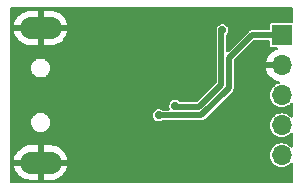
<source format=gbl>
%TF.GenerationSoftware,KiCad,Pcbnew,(6.0.4-0)*%
%TF.CreationDate,2022-04-26T17:29:11+08:00*%
%TF.ProjectId,usb-ttl,7573622d-7474-46c2-9e6b-696361645f70,rev?*%
%TF.SameCoordinates,Original*%
%TF.FileFunction,Copper,L2,Bot*%
%TF.FilePolarity,Positive*%
%FSLAX46Y46*%
G04 Gerber Fmt 4.6, Leading zero omitted, Abs format (unit mm)*
G04 Created by KiCad (PCBNEW (6.0.4-0)) date 2022-04-26 17:29:11*
%MOMM*%
%LPD*%
G01*
G04 APERTURE LIST*
%TA.AperFunction,ComponentPad*%
%ADD10O,1.700000X1.700000*%
%TD*%
%TA.AperFunction,ComponentPad*%
%ADD11R,1.700000X1.700000*%
%TD*%
%TA.AperFunction,ComponentPad*%
%ADD12O,3.500000X1.900000*%
%TD*%
%TA.AperFunction,ViaPad*%
%ADD13C,0.700000*%
%TD*%
%TA.AperFunction,Conductor*%
%ADD14C,0.500000*%
%TD*%
G04 APERTURE END LIST*
D10*
%TO.P,J2,5,Pin_5*%
%TO.N,+5V*%
X183525000Y-97080000D03*
%TO.P,J2,4,Pin_4*%
%TO.N,/TXD*%
X183525000Y-94540000D03*
%TO.P,J2,3,Pin_3*%
%TO.N,/RXD*%
X183525000Y-92000000D03*
%TO.P,J2,2,Pin_2*%
%TO.N,GND*%
X183525000Y-89460000D03*
D11*
%TO.P,J2,1,Pin_1*%
%TO.N,/RTS*%
X183525000Y-86920000D03*
%TD*%
D12*
%TO.P,J1,5,Shield*%
%TO.N,GND*%
X163100000Y-86300000D03*
X163100000Y-97700000D03*
%TD*%
D13*
%TO.N,+5V*%
X178500000Y-86500000D03*
X174500000Y-92900000D03*
%TO.N,/RTS*%
X173100000Y-93700000D03*
%TD*%
D14*
%TO.N,+5V*%
X174500000Y-93000000D02*
X176500000Y-93000000D01*
X176500000Y-93000000D02*
X178400000Y-91099999D01*
X178400000Y-91099999D02*
X178400000Y-86600000D01*
X178400000Y-86600000D02*
X178500000Y-86500000D01*
%TO.N,/RTS*%
X173100000Y-93700000D02*
X176718559Y-93700000D01*
X176718559Y-93700000D02*
X179049520Y-91369039D01*
X179049520Y-91369039D02*
X179049520Y-88850480D01*
X179049520Y-88850480D02*
X180980000Y-86920000D01*
X180980000Y-86920000D02*
X183725000Y-86920000D01*
%TD*%
%TA.AperFunction,Conductor*%
%TO.N,GND*%
G36*
X184416621Y-84545502D02*
G01*
X184463114Y-84599158D01*
X184474500Y-84651500D01*
X184474500Y-85793500D01*
X184454498Y-85861621D01*
X184400842Y-85908114D01*
X184348500Y-85919500D01*
X182660180Y-85919500D01*
X182616278Y-85928233D01*
X182605960Y-85935127D01*
X182605958Y-85935128D01*
X182576815Y-85954601D01*
X182566496Y-85961496D01*
X182559601Y-85971815D01*
X182540128Y-86000958D01*
X182540127Y-86000960D01*
X182533233Y-86011278D01*
X182524500Y-86055180D01*
X182524500Y-86393500D01*
X182504498Y-86461621D01*
X182450842Y-86508114D01*
X182398500Y-86519500D01*
X180916567Y-86519500D01*
X180907136Y-86522564D01*
X180907132Y-86522565D01*
X180895647Y-86526297D01*
X180876422Y-86530913D01*
X180864488Y-86532803D01*
X180864487Y-86532803D01*
X180854696Y-86534354D01*
X180845863Y-86538855D01*
X180845859Y-86538856D01*
X180835094Y-86544341D01*
X180816834Y-86551905D01*
X180795910Y-86558704D01*
X180778107Y-86571639D01*
X180761254Y-86581965D01*
X180741658Y-86591950D01*
X180719095Y-86614513D01*
X180719091Y-86614516D01*
X179015595Y-88318012D01*
X178953283Y-88352038D01*
X178882468Y-88346973D01*
X178825632Y-88304426D01*
X178800821Y-88237906D01*
X178800500Y-88228917D01*
X178800500Y-86962449D01*
X178820502Y-86894328D01*
X178833085Y-86877894D01*
X178913176Y-86789411D01*
X178913181Y-86789404D01*
X178919200Y-86782754D01*
X178981710Y-86653733D01*
X179005496Y-86512354D01*
X179005647Y-86500000D01*
X178985323Y-86358082D01*
X178925984Y-86227572D01*
X178907598Y-86206234D01*
X178838260Y-86125763D01*
X178838257Y-86125760D01*
X178832400Y-86118963D01*
X178712095Y-86040985D01*
X178574739Y-85999907D01*
X178565763Y-85999852D01*
X178565762Y-85999852D01*
X178505555Y-85999484D01*
X178431376Y-85999031D01*
X178293529Y-86038428D01*
X178172280Y-86114930D01*
X178077377Y-86222388D01*
X178016447Y-86352163D01*
X178015066Y-86361035D01*
X177999405Y-86461621D01*
X177994391Y-86493823D01*
X177997749Y-86519500D01*
X177998436Y-86524754D01*
X177999500Y-86541093D01*
X177999500Y-90881917D01*
X177979498Y-90950038D01*
X177962595Y-90971012D01*
X176371012Y-92562595D01*
X176308700Y-92596621D01*
X176281917Y-92599500D01*
X174959549Y-92599500D01*
X174891428Y-92579498D01*
X174864096Y-92555748D01*
X174838259Y-92525763D01*
X174832400Y-92518963D01*
X174712095Y-92440985D01*
X174574739Y-92399907D01*
X174565763Y-92399852D01*
X174565762Y-92399852D01*
X174505555Y-92399484D01*
X174431376Y-92399031D01*
X174293529Y-92438428D01*
X174172280Y-92514930D01*
X174077377Y-92622388D01*
X174016447Y-92752163D01*
X173994391Y-92893823D01*
X173995555Y-92902725D01*
X173995555Y-92902728D01*
X174000293Y-92938960D01*
X174012980Y-93035979D01*
X174016597Y-93044199D01*
X174051162Y-93122754D01*
X174060290Y-93193161D01*
X174029903Y-93257326D01*
X173969650Y-93294877D01*
X173935833Y-93299500D01*
X173439636Y-93299500D01*
X173371104Y-93279232D01*
X173319629Y-93245868D01*
X173319627Y-93245867D01*
X173312095Y-93240985D01*
X173303498Y-93238414D01*
X173303496Y-93238413D01*
X173221194Y-93213800D01*
X173174739Y-93199907D01*
X173165763Y-93199852D01*
X173165762Y-93199852D01*
X173105555Y-93199484D01*
X173031376Y-93199031D01*
X172893529Y-93238428D01*
X172772280Y-93314930D01*
X172677377Y-93422388D01*
X172616447Y-93552163D01*
X172613123Y-93573515D01*
X172597208Y-93675732D01*
X172594391Y-93693823D01*
X172612980Y-93835979D01*
X172624655Y-93862513D01*
X172663594Y-93951007D01*
X172670720Y-93967203D01*
X172676497Y-93974076D01*
X172676498Y-93974077D01*
X172757190Y-94070072D01*
X172762970Y-94076948D01*
X172793747Y-94097435D01*
X172872448Y-94149823D01*
X172882313Y-94156390D01*
X173019157Y-94199142D01*
X173028129Y-94199306D01*
X173028132Y-94199307D01*
X173093463Y-94200504D01*
X173162499Y-94201770D01*
X173171533Y-94199307D01*
X173292155Y-94166422D01*
X173292158Y-94166421D01*
X173300817Y-94164060D01*
X173308467Y-94159363D01*
X173308469Y-94159362D01*
X173363656Y-94125477D01*
X173374001Y-94119125D01*
X173439929Y-94100500D01*
X176781992Y-94100500D01*
X176791423Y-94097436D01*
X176791427Y-94097435D01*
X176802912Y-94093703D01*
X176822137Y-94089087D01*
X176834071Y-94087197D01*
X176834072Y-94087197D01*
X176843863Y-94085646D01*
X176852696Y-94081145D01*
X176852700Y-94081144D01*
X176863465Y-94075659D01*
X176881725Y-94068095D01*
X176902649Y-94061296D01*
X176920452Y-94048361D01*
X176937304Y-94038035D01*
X176948061Y-94032554D01*
X176956901Y-94028050D01*
X176979464Y-94005487D01*
X176979468Y-94005484D01*
X179355004Y-91629948D01*
X179355007Y-91629944D01*
X179377570Y-91607381D01*
X179382075Y-91598540D01*
X179387557Y-91587781D01*
X179397885Y-91570926D01*
X179404987Y-91561151D01*
X179410816Y-91553128D01*
X179417614Y-91532207D01*
X179425178Y-91513947D01*
X179430664Y-91503180D01*
X179430665Y-91503176D01*
X179435166Y-91494343D01*
X179438607Y-91472617D01*
X179443223Y-91453392D01*
X179446955Y-91441907D01*
X179446956Y-91441903D01*
X179450020Y-91432472D01*
X179450020Y-89068563D01*
X179470022Y-89000442D01*
X179486925Y-88979468D01*
X181108988Y-87357405D01*
X181171300Y-87323379D01*
X181198083Y-87320500D01*
X182398500Y-87320500D01*
X182466621Y-87340502D01*
X182513114Y-87394158D01*
X182524500Y-87446500D01*
X182524500Y-87784820D01*
X182533233Y-87828722D01*
X182540127Y-87839040D01*
X182540128Y-87839042D01*
X182559601Y-87868185D01*
X182566496Y-87878504D01*
X182576815Y-87885399D01*
X182605958Y-87904872D01*
X182605960Y-87904873D01*
X182616278Y-87911767D01*
X182660180Y-87920500D01*
X183072703Y-87920500D01*
X183140824Y-87940502D01*
X183187317Y-87994158D01*
X183197421Y-88064432D01*
X183167927Y-88129012D01*
X183111848Y-88166265D01*
X183001868Y-88202212D01*
X182992359Y-88206209D01*
X182803463Y-88304542D01*
X182794738Y-88310036D01*
X182624433Y-88437905D01*
X182616726Y-88444748D01*
X182469590Y-88598717D01*
X182463104Y-88606727D01*
X182343098Y-88782649D01*
X182338000Y-88791623D01*
X182248338Y-88984783D01*
X182244775Y-88994470D01*
X182189389Y-89194183D01*
X182190912Y-89202607D01*
X182203292Y-89206000D01*
X183653000Y-89206000D01*
X183721121Y-89226002D01*
X183767614Y-89279658D01*
X183779000Y-89332000D01*
X183779000Y-89588000D01*
X183758998Y-89656121D01*
X183705342Y-89702614D01*
X183653000Y-89714000D01*
X182208225Y-89714000D01*
X182194694Y-89717973D01*
X182193257Y-89727966D01*
X182223565Y-89862446D01*
X182226645Y-89872275D01*
X182306770Y-90069603D01*
X182311413Y-90078794D01*
X182422694Y-90260388D01*
X182428777Y-90268699D01*
X182568213Y-90429667D01*
X182575580Y-90436883D01*
X182739434Y-90572916D01*
X182747881Y-90578831D01*
X182931756Y-90686279D01*
X182941042Y-90690729D01*
X183140001Y-90766703D01*
X183149899Y-90769579D01*
X183251192Y-90790187D01*
X183313958Y-90823369D01*
X183348820Y-90885217D01*
X183344711Y-90956094D01*
X183302935Y-91013499D01*
X183261648Y-91034531D01*
X183148393Y-91067864D01*
X183142928Y-91070721D01*
X182979972Y-91155912D01*
X182979968Y-91155915D01*
X182974512Y-91158767D01*
X182969712Y-91162627D01*
X182969711Y-91162627D01*
X182935326Y-91190273D01*
X182821600Y-91281711D01*
X182695480Y-91432016D01*
X182692516Y-91437408D01*
X182692513Y-91437412D01*
X182661215Y-91494343D01*
X182600956Y-91603954D01*
X182541628Y-91790978D01*
X182519757Y-91985963D01*
X182536175Y-92181483D01*
X182590258Y-92370091D01*
X182593076Y-92375574D01*
X182677123Y-92539113D01*
X182677126Y-92539117D01*
X182679944Y-92544601D01*
X182801818Y-92698369D01*
X182806511Y-92702363D01*
X182806512Y-92702364D01*
X182875451Y-92761035D01*
X182951238Y-92825535D01*
X182956616Y-92828541D01*
X182956618Y-92828542D01*
X182992932Y-92848837D01*
X183122513Y-92921257D01*
X183309118Y-92981889D01*
X183503946Y-93005121D01*
X183510081Y-93004649D01*
X183510083Y-93004649D01*
X183693434Y-92990541D01*
X183693438Y-92990540D01*
X183699576Y-92990068D01*
X183888556Y-92937303D01*
X184063689Y-92848837D01*
X184093515Y-92825535D01*
X184187427Y-92752163D01*
X184218303Y-92728040D01*
X184240466Y-92702364D01*
X184253118Y-92687707D01*
X184312771Y-92649209D01*
X184383767Y-92649073D01*
X184443567Y-92687343D01*
X184473183Y-92751867D01*
X184474500Y-92770037D01*
X184474500Y-93767289D01*
X184454498Y-93835410D01*
X184400842Y-93881903D01*
X184330568Y-93892007D01*
X184265988Y-93862513D01*
X184250856Y-93846923D01*
X184242253Y-93836374D01*
X184238361Y-93831602D01*
X184087180Y-93706535D01*
X183914585Y-93613213D01*
X183746025Y-93561035D01*
X183733039Y-93557015D01*
X183733036Y-93557014D01*
X183727152Y-93555193D01*
X183721027Y-93554549D01*
X183721026Y-93554549D01*
X183538147Y-93535327D01*
X183538146Y-93535327D01*
X183532019Y-93534683D01*
X183429248Y-93544036D01*
X183342759Y-93551907D01*
X183342758Y-93551907D01*
X183336618Y-93552466D01*
X183330704Y-93554207D01*
X183330702Y-93554207D01*
X183307503Y-93561035D01*
X183148393Y-93607864D01*
X183142928Y-93610721D01*
X182979972Y-93695912D01*
X182979968Y-93695915D01*
X182974512Y-93698767D01*
X182969712Y-93702627D01*
X182969711Y-93702627D01*
X182935326Y-93730273D01*
X182821600Y-93821711D01*
X182695480Y-93972016D01*
X182692516Y-93977408D01*
X182692513Y-93977412D01*
X182631119Y-94089087D01*
X182600956Y-94143954D01*
X182599095Y-94149821D01*
X182599094Y-94149823D01*
X182575820Y-94223191D01*
X182541628Y-94330978D01*
X182519757Y-94525963D01*
X182536175Y-94721483D01*
X182590258Y-94910091D01*
X182593076Y-94915574D01*
X182677123Y-95079113D01*
X182677126Y-95079117D01*
X182679944Y-95084601D01*
X182801818Y-95238369D01*
X182951238Y-95365535D01*
X182956616Y-95368541D01*
X182956618Y-95368542D01*
X182992932Y-95388837D01*
X183122513Y-95461257D01*
X183309118Y-95521889D01*
X183503946Y-95545121D01*
X183510081Y-95544649D01*
X183510083Y-95544649D01*
X183693434Y-95530541D01*
X183693438Y-95530540D01*
X183699576Y-95530068D01*
X183888556Y-95477303D01*
X184063689Y-95388837D01*
X184093515Y-95365535D01*
X184164549Y-95310037D01*
X184218303Y-95268040D01*
X184240466Y-95242364D01*
X184253118Y-95227707D01*
X184312771Y-95189209D01*
X184383767Y-95189073D01*
X184443567Y-95227343D01*
X184473183Y-95291867D01*
X184474500Y-95310037D01*
X184474500Y-96307289D01*
X184454498Y-96375410D01*
X184400842Y-96421903D01*
X184330568Y-96432007D01*
X184265988Y-96402513D01*
X184250856Y-96386923D01*
X184242253Y-96376374D01*
X184238361Y-96371602D01*
X184087180Y-96246535D01*
X183914585Y-96153213D01*
X183820869Y-96124203D01*
X183733039Y-96097015D01*
X183733036Y-96097014D01*
X183727152Y-96095193D01*
X183721027Y-96094549D01*
X183721026Y-96094549D01*
X183538147Y-96075327D01*
X183538146Y-96075327D01*
X183532019Y-96074683D01*
X183409383Y-96085844D01*
X183342759Y-96091907D01*
X183342758Y-96091907D01*
X183336618Y-96092466D01*
X183330704Y-96094207D01*
X183330702Y-96094207D01*
X183201734Y-96132165D01*
X183148393Y-96147864D01*
X183142928Y-96150721D01*
X182979972Y-96235912D01*
X182979968Y-96235915D01*
X182974512Y-96238767D01*
X182969712Y-96242627D01*
X182969711Y-96242627D01*
X182953641Y-96255548D01*
X182821600Y-96361711D01*
X182695480Y-96512016D01*
X182692516Y-96517408D01*
X182692513Y-96517412D01*
X182677699Y-96544359D01*
X182600956Y-96683954D01*
X182599095Y-96689821D01*
X182599094Y-96689823D01*
X182587902Y-96725106D01*
X182541628Y-96870978D01*
X182519757Y-97065963D01*
X182536175Y-97261483D01*
X182590258Y-97450091D01*
X182593076Y-97455574D01*
X182677123Y-97619113D01*
X182677126Y-97619117D01*
X182679944Y-97624601D01*
X182801818Y-97778369D01*
X182951238Y-97905535D01*
X182956616Y-97908541D01*
X182956618Y-97908542D01*
X182992932Y-97928837D01*
X183122513Y-98001257D01*
X183309118Y-98061889D01*
X183503946Y-98085121D01*
X183510081Y-98084649D01*
X183510083Y-98084649D01*
X183693434Y-98070541D01*
X183693438Y-98070540D01*
X183699576Y-98070068D01*
X183888556Y-98017303D01*
X184063689Y-97928837D01*
X184093515Y-97905535D01*
X184164549Y-97850037D01*
X184218303Y-97808040D01*
X184240466Y-97782364D01*
X184253118Y-97767707D01*
X184312771Y-97729209D01*
X184383767Y-97729073D01*
X184443567Y-97767343D01*
X184473183Y-97831867D01*
X184474500Y-97850037D01*
X184474500Y-99348500D01*
X184454498Y-99416621D01*
X184400842Y-99463114D01*
X184348500Y-99474500D01*
X160651500Y-99474500D01*
X160583379Y-99454498D01*
X160536886Y-99400842D01*
X160525500Y-99348500D01*
X160525500Y-97972194D01*
X160866602Y-97972194D01*
X160876050Y-98033933D01*
X160878439Y-98043961D01*
X160949710Y-98262016D01*
X160953707Y-98271525D01*
X161059633Y-98475007D01*
X161065127Y-98483732D01*
X161202869Y-98667187D01*
X161209712Y-98674894D01*
X161375569Y-98833391D01*
X161383575Y-98839874D01*
X161573094Y-98969155D01*
X161582053Y-98974244D01*
X161790145Y-99070837D01*
X161799813Y-99074394D01*
X162020879Y-99135701D01*
X162030999Y-99137632D01*
X162218252Y-99157644D01*
X162224944Y-99158000D01*
X162827885Y-99158000D01*
X162843124Y-99153525D01*
X162844329Y-99152135D01*
X162846000Y-99144452D01*
X162846000Y-99139885D01*
X163354000Y-99139885D01*
X163358475Y-99155124D01*
X163359865Y-99156329D01*
X163367548Y-99158000D01*
X163958190Y-99158000D01*
X163963363Y-99157788D01*
X164133794Y-99143776D01*
X164143956Y-99142093D01*
X164366461Y-99086204D01*
X164376216Y-99082883D01*
X164586590Y-98991409D01*
X164595688Y-98986531D01*
X164788301Y-98861925D01*
X164796461Y-98855641D01*
X164966149Y-98701237D01*
X164973170Y-98693707D01*
X165115356Y-98513668D01*
X165121061Y-98505081D01*
X165231926Y-98304250D01*
X165236156Y-98294838D01*
X165312736Y-98078584D01*
X165315365Y-98068634D01*
X165332607Y-97971836D01*
X165331148Y-97958540D01*
X165316592Y-97954000D01*
X163372115Y-97954000D01*
X163356876Y-97958475D01*
X163355671Y-97959865D01*
X163354000Y-97967548D01*
X163354000Y-99139885D01*
X162846000Y-99139885D01*
X162846000Y-97972115D01*
X162841525Y-97956876D01*
X162840135Y-97955671D01*
X162832452Y-97954000D01*
X160881933Y-97954000D01*
X160868589Y-97957918D01*
X160866602Y-97972194D01*
X160525500Y-97972194D01*
X160525500Y-97428164D01*
X160867393Y-97428164D01*
X160868852Y-97441460D01*
X160883408Y-97446000D01*
X162827885Y-97446000D01*
X162843124Y-97441525D01*
X162844329Y-97440135D01*
X162846000Y-97432452D01*
X162846000Y-97427885D01*
X163354000Y-97427885D01*
X163358475Y-97443124D01*
X163359865Y-97444329D01*
X163367548Y-97446000D01*
X165318067Y-97446000D01*
X165331411Y-97442082D01*
X165333398Y-97427806D01*
X165323950Y-97366067D01*
X165321561Y-97356039D01*
X165250290Y-97137984D01*
X165246293Y-97128475D01*
X165140367Y-96924993D01*
X165134873Y-96916268D01*
X164997131Y-96732813D01*
X164990288Y-96725106D01*
X164824431Y-96566609D01*
X164816425Y-96560126D01*
X164626906Y-96430845D01*
X164617947Y-96425756D01*
X164409855Y-96329163D01*
X164400187Y-96325606D01*
X164179121Y-96264299D01*
X164169001Y-96262368D01*
X163981748Y-96242356D01*
X163975056Y-96242000D01*
X163372115Y-96242000D01*
X163356876Y-96246475D01*
X163355671Y-96247865D01*
X163354000Y-96255548D01*
X163354000Y-97427885D01*
X162846000Y-97427885D01*
X162846000Y-96260115D01*
X162841525Y-96244876D01*
X162840135Y-96243671D01*
X162832452Y-96242000D01*
X162241810Y-96242000D01*
X162236637Y-96242212D01*
X162066206Y-96256224D01*
X162056044Y-96257907D01*
X161833539Y-96313796D01*
X161823784Y-96317117D01*
X161613410Y-96408591D01*
X161604312Y-96413469D01*
X161411699Y-96538075D01*
X161403539Y-96544359D01*
X161233851Y-96698763D01*
X161226830Y-96706293D01*
X161084644Y-96886332D01*
X161078939Y-96894919D01*
X160968074Y-97095750D01*
X160963844Y-97105162D01*
X160887264Y-97321416D01*
X160884635Y-97331366D01*
X160867393Y-97428164D01*
X160525500Y-97428164D01*
X160525500Y-94294376D01*
X162294455Y-94294376D01*
X162313227Y-94472983D01*
X162371103Y-94642993D01*
X162465206Y-94795955D01*
X162470132Y-94800986D01*
X162470135Y-94800989D01*
X162473838Y-94804770D01*
X162590859Y-94924268D01*
X162596784Y-94928087D01*
X162596786Y-94928088D01*
X162629094Y-94948909D01*
X162741817Y-95021554D01*
X162748437Y-95023963D01*
X162748440Y-95023965D01*
X162903961Y-95080570D01*
X162903964Y-95080571D01*
X162910578Y-95082978D01*
X162937121Y-95086331D01*
X163045355Y-95100004D01*
X163045358Y-95100004D01*
X163049283Y-95100500D01*
X163145155Y-95100500D01*
X163278472Y-95085546D01*
X163285847Y-95082978D01*
X163353451Y-95059436D01*
X163448073Y-95026485D01*
X163455965Y-95021554D01*
X163594401Y-94935049D01*
X163600375Y-94931316D01*
X163676728Y-94855494D01*
X163722810Y-94809733D01*
X163722813Y-94809729D01*
X163727807Y-94804770D01*
X163824037Y-94653136D01*
X163834643Y-94623352D01*
X163881919Y-94490586D01*
X163881920Y-94490581D01*
X163884281Y-94483951D01*
X163885114Y-94476965D01*
X163885115Y-94476961D01*
X163902522Y-94330978D01*
X163905545Y-94305624D01*
X163894630Y-94201770D01*
X163887510Y-94134025D01*
X163887509Y-94134021D01*
X163886773Y-94127017D01*
X163877746Y-94100500D01*
X163831168Y-93963677D01*
X163831167Y-93963674D01*
X163828897Y-93957007D01*
X163734794Y-93804045D01*
X163729868Y-93799014D01*
X163729865Y-93799011D01*
X163631698Y-93698767D01*
X163609141Y-93675732D01*
X163592413Y-93664951D01*
X163464109Y-93582265D01*
X163458183Y-93578446D01*
X163451563Y-93576037D01*
X163451560Y-93576035D01*
X163296039Y-93519430D01*
X163296036Y-93519429D01*
X163289422Y-93517022D01*
X163232692Y-93509856D01*
X163154645Y-93499996D01*
X163154642Y-93499996D01*
X163150717Y-93499500D01*
X163054845Y-93499500D01*
X162921528Y-93514454D01*
X162914875Y-93516771D01*
X162914874Y-93516771D01*
X162846549Y-93540564D01*
X162751927Y-93573515D01*
X162745953Y-93577248D01*
X162745951Y-93577249D01*
X162737924Y-93582265D01*
X162599625Y-93668684D01*
X162535635Y-93732229D01*
X162477190Y-93790267D01*
X162477187Y-93790271D01*
X162472193Y-93795230D01*
X162468419Y-93801176D01*
X162468418Y-93801178D01*
X162446694Y-93835410D01*
X162375963Y-93946864D01*
X162373598Y-93953506D01*
X162318081Y-94109414D01*
X162318080Y-94109419D01*
X162315719Y-94116049D01*
X162314886Y-94123035D01*
X162314885Y-94123039D01*
X162310589Y-94159069D01*
X162294455Y-94294376D01*
X160525500Y-94294376D01*
X160525500Y-89694376D01*
X162294455Y-89694376D01*
X162295191Y-89701379D01*
X162295191Y-89701380D01*
X162312120Y-89862446D01*
X162313227Y-89872983D01*
X162371103Y-90042993D01*
X162374793Y-90048991D01*
X162374794Y-90048993D01*
X162393128Y-90078794D01*
X162465206Y-90195955D01*
X162470132Y-90200986D01*
X162470135Y-90200989D01*
X162473838Y-90204770D01*
X162590859Y-90324268D01*
X162596784Y-90328087D01*
X162596786Y-90328088D01*
X162735891Y-90417735D01*
X162741817Y-90421554D01*
X162748437Y-90423963D01*
X162748440Y-90423965D01*
X162903961Y-90480570D01*
X162903964Y-90480571D01*
X162910578Y-90482978D01*
X162937121Y-90486331D01*
X163045355Y-90500004D01*
X163045358Y-90500004D01*
X163049283Y-90500500D01*
X163145155Y-90500500D01*
X163278472Y-90485546D01*
X163285847Y-90482978D01*
X163353451Y-90459436D01*
X163448073Y-90426485D01*
X163455965Y-90421554D01*
X163594401Y-90335049D01*
X163600375Y-90331316D01*
X163671800Y-90260388D01*
X163722810Y-90209733D01*
X163722813Y-90209729D01*
X163727807Y-90204770D01*
X163824037Y-90053136D01*
X163834643Y-90023352D01*
X163881919Y-89890586D01*
X163881920Y-89890581D01*
X163884281Y-89883951D01*
X163885114Y-89876965D01*
X163885115Y-89876961D01*
X163904711Y-89712617D01*
X163905545Y-89705624D01*
X163900342Y-89656121D01*
X163887510Y-89534025D01*
X163887509Y-89534021D01*
X163886773Y-89527017D01*
X163828897Y-89357007D01*
X163734794Y-89204045D01*
X163729868Y-89199014D01*
X163729865Y-89199011D01*
X163669024Y-89136883D01*
X163609141Y-89075732D01*
X163592413Y-89064951D01*
X163464109Y-88982265D01*
X163458183Y-88978446D01*
X163451563Y-88976037D01*
X163451560Y-88976035D01*
X163296039Y-88919430D01*
X163296036Y-88919429D01*
X163289422Y-88917022D01*
X163232692Y-88909856D01*
X163154645Y-88899996D01*
X163154642Y-88899996D01*
X163150717Y-88899500D01*
X163054845Y-88899500D01*
X162921528Y-88914454D01*
X162914875Y-88916771D01*
X162914874Y-88916771D01*
X162846549Y-88940564D01*
X162751927Y-88973515D01*
X162745953Y-88977248D01*
X162745951Y-88977249D01*
X162742400Y-88979468D01*
X162599625Y-89068684D01*
X162535635Y-89132229D01*
X162477190Y-89190267D01*
X162477187Y-89190271D01*
X162472193Y-89195230D01*
X162375963Y-89346864D01*
X162373598Y-89353506D01*
X162318081Y-89509414D01*
X162318080Y-89509419D01*
X162315719Y-89516049D01*
X162314886Y-89523035D01*
X162314885Y-89523039D01*
X162307139Y-89588000D01*
X162294455Y-89694376D01*
X160525500Y-89694376D01*
X160525500Y-86572194D01*
X160866602Y-86572194D01*
X160876050Y-86633933D01*
X160878439Y-86643961D01*
X160949710Y-86862016D01*
X160953707Y-86871525D01*
X161059633Y-87075007D01*
X161065127Y-87083732D01*
X161202869Y-87267187D01*
X161209712Y-87274894D01*
X161375569Y-87433391D01*
X161383575Y-87439874D01*
X161573094Y-87569155D01*
X161582053Y-87574244D01*
X161790145Y-87670837D01*
X161799813Y-87674394D01*
X162020879Y-87735701D01*
X162030999Y-87737632D01*
X162218252Y-87757644D01*
X162224944Y-87758000D01*
X162827885Y-87758000D01*
X162843124Y-87753525D01*
X162844329Y-87752135D01*
X162846000Y-87744452D01*
X162846000Y-87739885D01*
X163354000Y-87739885D01*
X163358475Y-87755124D01*
X163359865Y-87756329D01*
X163367548Y-87758000D01*
X163958190Y-87758000D01*
X163963363Y-87757788D01*
X164133794Y-87743776D01*
X164143956Y-87742093D01*
X164366461Y-87686204D01*
X164376216Y-87682883D01*
X164586590Y-87591409D01*
X164595688Y-87586531D01*
X164788301Y-87461925D01*
X164796461Y-87455641D01*
X164966149Y-87301237D01*
X164973170Y-87293707D01*
X165115356Y-87113668D01*
X165121061Y-87105081D01*
X165231926Y-86904250D01*
X165236156Y-86894838D01*
X165312736Y-86678584D01*
X165315365Y-86668634D01*
X165332607Y-86571836D01*
X165331148Y-86558540D01*
X165316592Y-86554000D01*
X163372115Y-86554000D01*
X163356876Y-86558475D01*
X163355671Y-86559865D01*
X163354000Y-86567548D01*
X163354000Y-87739885D01*
X162846000Y-87739885D01*
X162846000Y-86572115D01*
X162841525Y-86556876D01*
X162840135Y-86555671D01*
X162832452Y-86554000D01*
X160881933Y-86554000D01*
X160868589Y-86557918D01*
X160866602Y-86572194D01*
X160525500Y-86572194D01*
X160525500Y-86028164D01*
X160867393Y-86028164D01*
X160868852Y-86041460D01*
X160883408Y-86046000D01*
X162827885Y-86046000D01*
X162843124Y-86041525D01*
X162844329Y-86040135D01*
X162846000Y-86032452D01*
X162846000Y-86027885D01*
X163354000Y-86027885D01*
X163358475Y-86043124D01*
X163359865Y-86044329D01*
X163367548Y-86046000D01*
X165318067Y-86046000D01*
X165331411Y-86042082D01*
X165333398Y-86027806D01*
X165323950Y-85966067D01*
X165321561Y-85956039D01*
X165250290Y-85737984D01*
X165246293Y-85728475D01*
X165140367Y-85524993D01*
X165134873Y-85516268D01*
X164997131Y-85332813D01*
X164990288Y-85325106D01*
X164824431Y-85166609D01*
X164816425Y-85160126D01*
X164626906Y-85030845D01*
X164617947Y-85025756D01*
X164409855Y-84929163D01*
X164400187Y-84925606D01*
X164179121Y-84864299D01*
X164169001Y-84862368D01*
X163981748Y-84842356D01*
X163975056Y-84842000D01*
X163372115Y-84842000D01*
X163356876Y-84846475D01*
X163355671Y-84847865D01*
X163354000Y-84855548D01*
X163354000Y-86027885D01*
X162846000Y-86027885D01*
X162846000Y-84860115D01*
X162841525Y-84844876D01*
X162840135Y-84843671D01*
X162832452Y-84842000D01*
X162241810Y-84842000D01*
X162236637Y-84842212D01*
X162066206Y-84856224D01*
X162056044Y-84857907D01*
X161833539Y-84913796D01*
X161823784Y-84917117D01*
X161613410Y-85008591D01*
X161604312Y-85013469D01*
X161411699Y-85138075D01*
X161403539Y-85144359D01*
X161233851Y-85298763D01*
X161226830Y-85306293D01*
X161084644Y-85486332D01*
X161078939Y-85494919D01*
X160968074Y-85695750D01*
X160963844Y-85705162D01*
X160887264Y-85921416D01*
X160884635Y-85931366D01*
X160867393Y-86028164D01*
X160525500Y-86028164D01*
X160525500Y-84651500D01*
X160545502Y-84583379D01*
X160599158Y-84536886D01*
X160651500Y-84525500D01*
X184348500Y-84525500D01*
X184416621Y-84545502D01*
G37*
%TD.AperFunction*%
%TD*%
M02*

</source>
